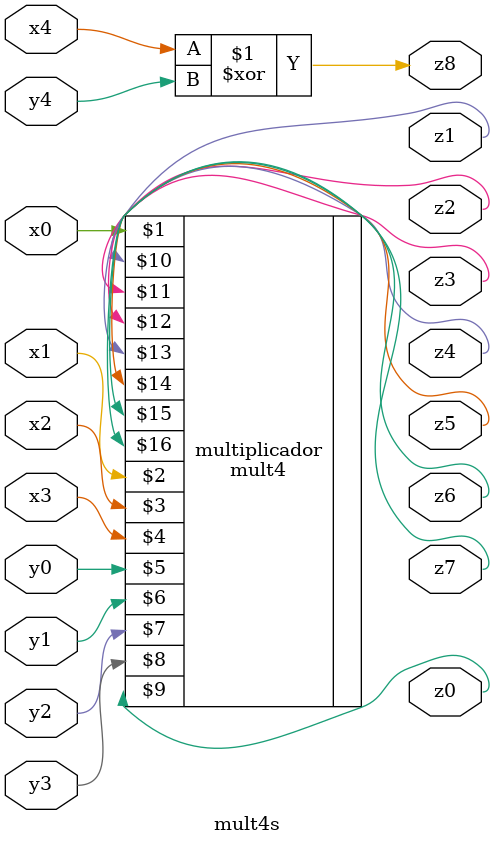
<source format=v>
`timescale 1ns / 1ps
module mult4s(
	 input	x0,
	 input	x1,
	 input	x2,
	 input	x3,
	 input	x4,
	 input	y0,
	 input	y1,
	 input	y2,
	 input	y3,
	 input	y4,
	 output	z0,
	 output	z1,
	 output	z2,
	 output	z3,
	 output	z4,
	 output	z5,
	 output	z6,
	 output	z7,
	 output	z8
    );

	 xor(z8, x4, y4);
	 mult4 multiplicador(x0, x1, x2, x3, y0, y1, y2, y3, z0, z1, z2, z3, z4, z5, z6, z7);
	 
endmodule

</source>
